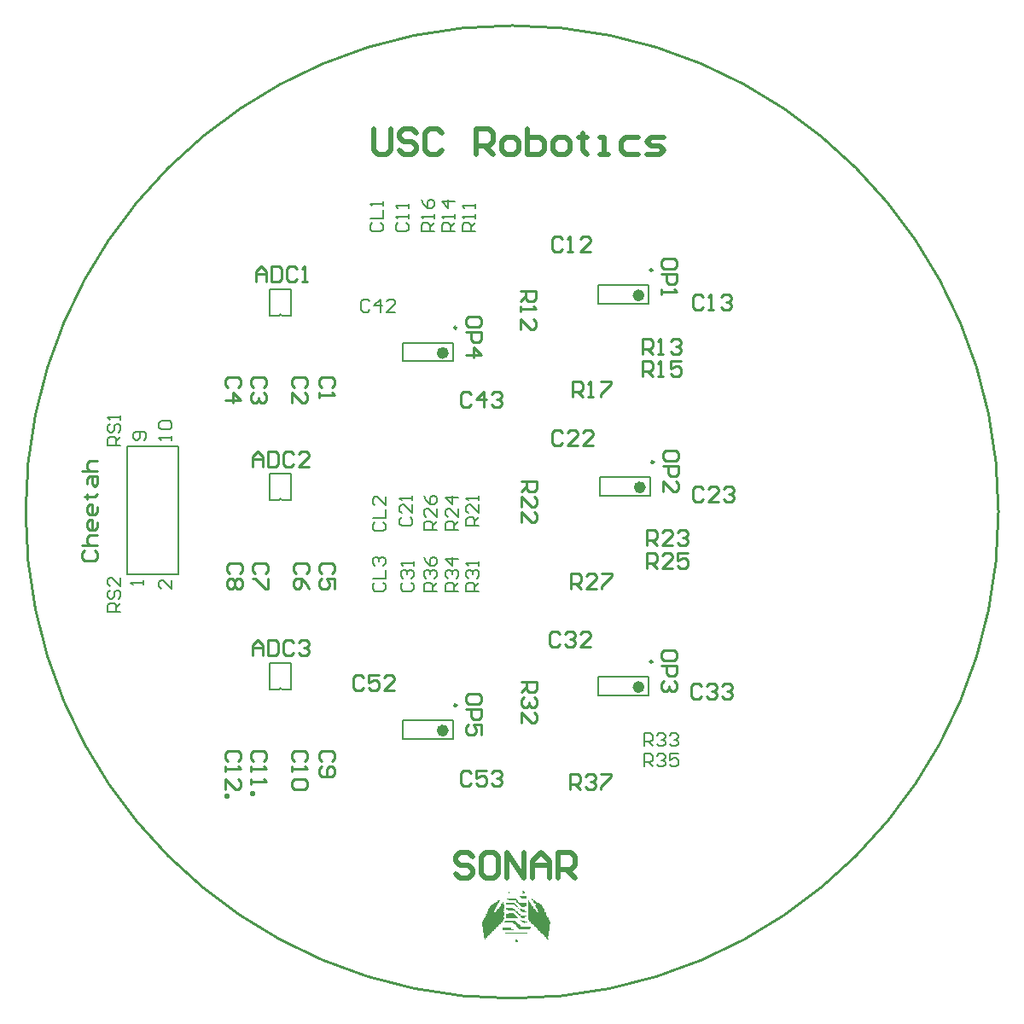
<source format=gto>
%FSLAX25Y25*%
%MOIN*%
G70*
G01*
G75*
G04 Layer_Color=65535*
%ADD10R,0.03543X0.04331*%
%ADD11R,0.04331X0.03543*%
%ADD12R,0.03543X0.03937*%
%ADD13R,0.04016X0.01614*%
%ADD14R,0.05512X0.04921*%
%ADD15R,0.05512X0.04724*%
%ADD16R,0.04724X0.05512*%
%ADD17O,0.02362X0.08661*%
%ADD18C,0.01000*%
%ADD19C,0.05906*%
%ADD20R,0.05906X0.05906*%
%ADD21C,0.10000*%
%ADD22R,0.05906X0.05906*%
%ADD23C,0.06000*%
%ADD24C,0.05000*%
%ADD25C,0.10787*%
%ADD26R,0.04724X0.04724*%
%ADD27C,0.00787*%
%ADD28C,0.00984*%
%ADD29C,0.02362*%
%ADD30C,0.00800*%
%ADD31C,0.02000*%
G36*
X191234Y30017D02*
X191474D01*
Y29777D01*
X191713D01*
Y29538D01*
X191953D01*
Y29298D01*
X192433D01*
Y29058D01*
Y28818D01*
X192912D01*
Y28578D01*
X193152D01*
Y28339D01*
X193392D01*
Y28099D01*
X193632D01*
Y27859D01*
X197469D01*
Y27619D01*
X197229D01*
Y27379D01*
X196989D01*
Y27139D01*
Y26900D01*
X192673D01*
Y27139D01*
Y27379D01*
X192433D01*
Y27619D01*
X191953D01*
Y27859D01*
X191713D01*
Y28099D01*
X191474D01*
Y28339D01*
Y28578D01*
X191234D01*
Y28818D01*
X190754D01*
Y29058D01*
X190514D01*
Y29298D01*
X190275D01*
Y29538D01*
Y29777D01*
X186917D01*
Y30017D01*
X187397D01*
Y30257D01*
X191234D01*
Y30017D01*
D02*
G37*
G36*
X193632Y30257D02*
X194831D01*
Y30017D01*
X196030D01*
Y29777D01*
Y29538D01*
X195790D01*
Y29777D01*
X194831D01*
Y29538D01*
Y29298D01*
X194591D01*
Y29538D01*
X194351D01*
Y29777D01*
X194112D01*
Y30017D01*
X193632D01*
Y30257D01*
X193152D01*
Y30497D01*
X193632D01*
Y30257D01*
D02*
G37*
G36*
X190514Y33135D02*
X190754D01*
Y32895D01*
X190994D01*
Y32655D01*
X191234D01*
Y32415D01*
X191474D01*
Y32175D01*
X191713D01*
Y31936D01*
X191953D01*
Y31696D01*
X192193D01*
Y31456D01*
X187637D01*
Y31696D01*
Y31936D01*
Y32175D01*
Y32415D01*
Y32655D01*
Y32895D01*
X188356D01*
Y33135D01*
X188596D01*
Y33375D01*
X190514D01*
Y33135D01*
D02*
G37*
G36*
X189795Y27379D02*
Y27139D01*
X190035D01*
Y26900D01*
X190514D01*
Y26660D01*
X186437D01*
Y26900D01*
Y27139D01*
Y27379D01*
X186198D01*
Y27619D01*
X189795D01*
Y27379D01*
D02*
G37*
G36*
X192193Y22823D02*
X191953D01*
Y22583D01*
X192193D01*
Y22343D01*
Y22103D01*
X191713D01*
Y21863D01*
Y21624D01*
Y21384D01*
X191474D01*
Y21624D01*
Y21863D01*
Y22103D01*
X191234D01*
Y22343D01*
Y22583D01*
Y22823D01*
Y23063D01*
X192193D01*
Y22823D01*
D02*
G37*
G36*
X185238Y38171D02*
Y37931D01*
X184999D01*
Y37691D01*
Y37451D01*
X184519D01*
Y37212D01*
Y36972D01*
X184279D01*
Y36732D01*
Y36492D01*
Y36252D01*
X184039D01*
Y36013D01*
Y35773D01*
X183560D01*
Y35533D01*
X183800D01*
Y35293D01*
Y35053D01*
X183320D01*
Y34813D01*
Y34574D01*
Y34334D01*
X183080D01*
Y34094D01*
Y33854D01*
Y33614D01*
X183800D01*
Y33854D01*
X184039D01*
Y34094D01*
Y34334D01*
Y34574D01*
X184279D01*
Y34813D01*
X184519D01*
Y35053D01*
X184999D01*
Y35293D01*
Y35533D01*
Y35773D01*
X185238D01*
Y36013D01*
X185478D01*
Y36252D01*
Y36492D01*
X185718D01*
Y36732D01*
Y36972D01*
X186198D01*
Y37212D01*
Y37451D01*
X186437D01*
Y37691D01*
X186677D01*
Y37451D01*
Y37212D01*
Y36972D01*
Y36732D01*
Y36492D01*
X186917D01*
Y36252D01*
Y36013D01*
Y35773D01*
Y35533D01*
Y35293D01*
Y35053D01*
X186677D01*
Y34813D01*
Y34574D01*
X186917D01*
Y34334D01*
X186677D01*
Y34094D01*
Y33854D01*
Y33614D01*
X186917D01*
Y33375D01*
Y33135D01*
Y32895D01*
Y32655D01*
Y32415D01*
X186677D01*
Y32175D01*
Y31936D01*
Y31696D01*
X186917D01*
Y31456D01*
Y31216D01*
Y30976D01*
X186677D01*
Y30737D01*
Y30497D01*
Y30257D01*
X186437D01*
Y30017D01*
X186198D01*
Y29777D01*
X185958D01*
Y29538D01*
X185718D01*
Y29298D01*
X185478D01*
Y29058D01*
X185238D01*
Y28818D01*
X184999D01*
Y28578D01*
X184759D01*
Y28339D01*
X184519D01*
Y28099D01*
X184279D01*
Y27859D01*
X184039D01*
Y27619D01*
X183800D01*
Y27379D01*
X183560D01*
Y27139D01*
X183320D01*
Y26900D01*
X183080D01*
Y26660D01*
X182840D01*
Y26420D01*
X182600D01*
Y26180D01*
X182361D01*
Y25940D01*
X182121D01*
Y25701D01*
X181881D01*
Y25461D01*
X181641D01*
Y25221D01*
X181401D01*
Y24981D01*
X181162D01*
Y24741D01*
X180922D01*
Y24501D01*
X180682D01*
Y24262D01*
X180442D01*
Y24022D01*
X180202D01*
Y23782D01*
X179963D01*
Y23542D01*
X179723D01*
Y23302D01*
X179483D01*
Y23063D01*
X179243D01*
Y23302D01*
Y23542D01*
Y23782D01*
X179003D01*
Y24022D01*
Y24262D01*
Y24501D01*
Y24741D01*
Y24981D01*
Y25221D01*
Y25461D01*
Y25701D01*
X178524D01*
Y25940D01*
Y26180D01*
X178763D01*
Y26420D01*
Y26660D01*
Y26900D01*
Y27139D01*
Y27379D01*
Y27619D01*
Y27859D01*
Y28099D01*
X178284D01*
Y28339D01*
Y28578D01*
Y28818D01*
Y29058D01*
Y29298D01*
Y29538D01*
Y29777D01*
Y30017D01*
X178763D01*
Y30257D01*
X178524D01*
Y30497D01*
X179003D01*
Y30737D01*
Y30976D01*
Y31216D01*
X179243D01*
Y31456D01*
Y31696D01*
X179483D01*
Y31936D01*
Y32175D01*
Y32415D01*
X179963D01*
Y32655D01*
X179723D01*
Y32895D01*
X180202D01*
Y33135D01*
Y33375D01*
Y33614D01*
X180442D01*
Y33854D01*
Y34094D01*
X180682D01*
Y34334D01*
Y34574D01*
Y34813D01*
X181162D01*
Y35053D01*
X180922D01*
Y35293D01*
X181401D01*
Y35533D01*
Y35773D01*
Y36013D01*
X181641D01*
Y36252D01*
X181881D01*
Y36492D01*
X182361D01*
Y36732D01*
X182600D01*
Y36972D01*
X182840D01*
Y37212D01*
X183320D01*
Y37451D01*
X183560D01*
Y37691D01*
X184279D01*
Y37931D01*
Y38171D01*
X184519D01*
Y38411D01*
X185238D01*
Y38171D01*
D02*
G37*
G36*
X196030Y25461D02*
Y25221D01*
X187637D01*
Y25461D01*
X187157D01*
Y25701D01*
X196030D01*
Y25461D01*
D02*
G37*
G36*
X190275Y35053D02*
X190754D01*
Y34813D01*
X190994D01*
Y34574D01*
X191234D01*
Y34334D01*
Y34094D01*
X191953D01*
Y33854D01*
X192193D01*
Y33614D01*
X192433D01*
Y33375D01*
X192673D01*
Y33135D01*
Y32895D01*
X193152D01*
Y32655D01*
X193392D01*
Y32415D01*
X195790D01*
Y32175D01*
Y31936D01*
X195071D01*
Y31696D01*
X194831D01*
Y31456D01*
X193632D01*
Y31696D01*
X193392D01*
Y31936D01*
X193152D01*
Y32175D01*
X192912D01*
Y32415D01*
X192673D01*
Y32655D01*
X192433D01*
Y32895D01*
X192193D01*
Y33135D01*
X191953D01*
Y33375D01*
X191474D01*
Y33614D01*
X191234D01*
Y33854D01*
Y34094D01*
X190994D01*
Y34334D01*
X188356D01*
Y34574D01*
X187637D01*
Y34813D01*
Y35053D01*
Y35293D01*
X190275D01*
Y35053D01*
D02*
G37*
G36*
X194591Y41768D02*
X194831D01*
Y41528D01*
Y41289D01*
Y41049D01*
X195071D01*
Y40809D01*
X188116D01*
Y41049D01*
X188596D01*
Y41289D01*
Y41528D01*
Y41768D01*
X188836D01*
Y41528D01*
Y41289D01*
Y41049D01*
X194112D01*
Y41289D01*
X194351D01*
Y41528D01*
Y41768D01*
X194112D01*
Y42008D01*
X194591D01*
Y41768D01*
D02*
G37*
G36*
X189076Y42008D02*
Y41768D01*
X188836D01*
Y42008D01*
Y42248D01*
X189076D01*
Y42008D01*
D02*
G37*
G36*
X194112Y42488D02*
Y42248D01*
X193872D01*
Y42488D01*
Y42727D01*
X194112D01*
Y42488D01*
D02*
G37*
G36*
X195790Y39610D02*
X195551D01*
Y39370D01*
X195790D01*
Y39130D01*
X193632D01*
Y39370D01*
X193152D01*
Y39610D01*
X192912D01*
Y39850D01*
X195790D01*
Y39610D01*
D02*
G37*
G36*
X190754Y37212D02*
X190994D01*
Y36972D01*
X191234D01*
Y36732D01*
Y36492D01*
X191474D01*
Y36252D01*
X191953D01*
Y36013D01*
X192193D01*
Y35773D01*
X192433D01*
Y35533D01*
Y35293D01*
X192673D01*
Y35053D01*
X193392D01*
Y34813D01*
X193872D01*
Y34574D01*
X195071D01*
Y34334D01*
Y34094D01*
X195551D01*
Y33854D01*
X195790D01*
Y33614D01*
X193872D01*
Y33854D01*
X193632D01*
Y34094D01*
X193392D01*
Y34334D01*
X193152D01*
Y34574D01*
X192912D01*
Y34813D01*
X192673D01*
Y35053D01*
X192433D01*
Y35293D01*
X192193D01*
Y35533D01*
X191953D01*
Y35773D01*
X191474D01*
Y36013D01*
X191234D01*
Y36252D01*
X190994D01*
Y36492D01*
X190754D01*
Y36732D01*
X187637D01*
Y36972D01*
Y37212D01*
X188116D01*
Y37451D01*
X190754D01*
Y37212D01*
D02*
G37*
G36*
X197949Y38651D02*
X198188D01*
Y38411D01*
X198668D01*
Y38171D01*
X198908D01*
Y37931D01*
X199148D01*
Y37691D01*
X199627D01*
Y37451D01*
X199867D01*
Y37212D01*
X200587D01*
Y36972D01*
X200826D01*
Y36732D01*
Y36492D01*
X201546D01*
Y36252D01*
X201786D01*
Y36013D01*
X202026D01*
Y35773D01*
Y35533D01*
Y35293D01*
X202265D01*
Y35053D01*
Y34813D01*
X202505D01*
Y34574D01*
Y34334D01*
Y34094D01*
X202985D01*
Y33854D01*
X202745D01*
Y33614D01*
X203225D01*
Y33375D01*
Y33135D01*
Y32895D01*
X203464D01*
Y32655D01*
Y32415D01*
X203704D01*
Y32175D01*
Y31936D01*
Y31696D01*
X204184D01*
Y31456D01*
X203944D01*
Y31216D01*
X204424D01*
Y30976D01*
Y30737D01*
Y30497D01*
X204663D01*
Y30257D01*
Y30017D01*
X204903D01*
Y29777D01*
Y29538D01*
Y29298D01*
Y29058D01*
Y28818D01*
X204663D01*
Y28578D01*
Y28339D01*
Y28099D01*
Y27859D01*
Y27619D01*
Y27379D01*
Y27139D01*
Y26900D01*
Y26660D01*
Y26420D01*
Y26180D01*
X204424D01*
Y25940D01*
Y25701D01*
Y25461D01*
Y25221D01*
Y24981D01*
Y24741D01*
Y24501D01*
Y24262D01*
X203944D01*
Y24022D01*
Y23782D01*
Y23542D01*
Y23302D01*
X204184D01*
Y23063D01*
Y22823D01*
X203944D01*
Y23063D01*
X203704D01*
Y23302D01*
X203464D01*
Y23542D01*
Y23782D01*
X203225D01*
Y24022D01*
X202745D01*
Y24262D01*
X202505D01*
Y24501D01*
X202265D01*
Y24741D01*
Y24981D01*
X202026D01*
Y25221D01*
X201546D01*
Y25461D01*
X201306D01*
Y25701D01*
X201066D01*
Y25940D01*
Y26180D01*
X200826D01*
Y26420D01*
X200347D01*
Y26660D01*
X200107D01*
Y26900D01*
X199867D01*
Y27139D01*
Y27379D01*
X199627D01*
Y27619D01*
X199148D01*
Y27859D01*
X198908D01*
Y28099D01*
X198668D01*
Y28339D01*
Y28578D01*
X198428D01*
Y28818D01*
X197949D01*
Y29058D01*
X197709D01*
Y29298D01*
X197469D01*
Y29538D01*
Y29777D01*
X197229D01*
Y30017D01*
X196749D01*
Y30257D01*
X196510D01*
Y30497D01*
X196270D01*
Y30737D01*
Y30976D01*
Y31216D01*
Y31456D01*
Y31696D01*
Y31936D01*
Y32175D01*
Y32415D01*
Y32655D01*
Y32895D01*
Y33135D01*
Y33375D01*
Y33614D01*
Y33854D01*
Y34094D01*
Y34334D01*
Y34574D01*
Y34813D01*
Y35053D01*
Y35293D01*
Y35533D01*
Y35773D01*
Y36013D01*
Y36252D01*
Y36492D01*
Y36732D01*
Y36972D01*
Y37212D01*
Y37451D01*
Y37691D01*
Y37931D01*
Y38171D01*
X196510D01*
Y37931D01*
X196749D01*
Y37691D01*
X196989D01*
Y37451D01*
X197229D01*
Y37212D01*
Y36972D01*
X197469D01*
Y36732D01*
Y36492D01*
X197709D01*
Y36252D01*
Y36013D01*
X198188D01*
Y35773D01*
X198428D01*
Y35533D01*
Y35293D01*
Y35053D01*
X198668D01*
Y34813D01*
X198908D01*
Y34574D01*
X199148D01*
Y34334D01*
X199388D01*
Y34094D01*
X199148D01*
Y33854D01*
X199627D01*
Y33614D01*
X200347D01*
Y33854D01*
Y34094D01*
X200107D01*
Y34334D01*
X199867D01*
Y34574D01*
Y34813D01*
Y35053D01*
X199627D01*
Y35293D01*
X199388D01*
Y35533D01*
Y35773D01*
Y36013D01*
X198908D01*
Y36252D01*
X199148D01*
Y36492D01*
Y36732D01*
Y36972D01*
X198668D01*
Y37212D01*
Y37451D01*
X198428D01*
Y37691D01*
Y37931D01*
Y38171D01*
X197949D01*
Y38411D01*
X197709D01*
Y38651D01*
Y38890D01*
X197949D01*
Y38651D01*
D02*
G37*
G36*
X191474D02*
X191953D01*
Y38411D01*
X192193D01*
Y38171D01*
X192433D01*
Y37931D01*
Y37691D01*
X192673D01*
Y37451D01*
X193152D01*
Y37212D01*
X195790D01*
Y36972D01*
X195551D01*
Y36732D01*
Y36492D01*
Y36252D01*
X195790D01*
Y36013D01*
X194831D01*
Y35773D01*
X193632D01*
Y36013D01*
X193392D01*
Y36252D01*
X192912D01*
Y36492D01*
Y36732D01*
X192673D01*
Y36972D01*
X192433D01*
Y37212D01*
X192193D01*
Y37451D01*
X191713D01*
Y37691D01*
Y37931D01*
X191474D01*
Y38171D01*
X191234D01*
Y38411D01*
X188596D01*
Y38651D01*
X188116D01*
Y38890D01*
X191474D01*
Y38651D01*
D02*
G37*
D18*
X380000Y190000D02*
G03*
X380000Y190000I-190000J0D01*
G01*
X90000Y280000D02*
Y283999D01*
X91999Y285998D01*
X93999Y283999D01*
Y280000D01*
Y282999D01*
X90000D01*
X95998Y285998D02*
Y280000D01*
X98997D01*
X99997Y281000D01*
Y284998D01*
X98997Y285998D01*
X95998D01*
X105995Y284998D02*
X104995Y285998D01*
X102996D01*
X101996Y284998D01*
Y281000D01*
X102996Y280000D01*
X104995D01*
X105995Y281000D01*
X107994Y280000D02*
X109994D01*
X108994D01*
Y285998D01*
X107994Y284998D01*
X88500Y207500D02*
Y211499D01*
X90499Y213498D01*
X92499Y211499D01*
Y207500D01*
Y210499D01*
X88500D01*
X94498Y213498D02*
Y207500D01*
X97497D01*
X98497Y208500D01*
Y212498D01*
X97497Y213498D01*
X94498D01*
X104495Y212498D02*
X103495Y213498D01*
X101496D01*
X100496Y212498D01*
Y208500D01*
X101496Y207500D01*
X103495D01*
X104495Y208500D01*
X110493Y207500D02*
X106494D01*
X110493Y211499D01*
Y212498D01*
X109493Y213498D01*
X107494D01*
X106494Y212498D01*
X88500Y134000D02*
Y137999D01*
X90499Y139998D01*
X92499Y137999D01*
Y134000D01*
Y136999D01*
X88500D01*
X94498Y139998D02*
Y134000D01*
X97497D01*
X98497Y135000D01*
Y138998D01*
X97497Y139998D01*
X94498D01*
X104495Y138998D02*
X103495Y139998D01*
X101496D01*
X100496Y138998D01*
Y135000D01*
X101496Y134000D01*
X103495D01*
X104495Y135000D01*
X106494Y138998D02*
X107494Y139998D01*
X109493D01*
X110493Y138998D01*
Y137999D01*
X109493Y136999D01*
X108493D01*
X109493D01*
X110493Y135999D01*
Y135000D01*
X109493Y134000D01*
X107494D01*
X106494Y135000D01*
X119498Y238501D02*
X120498Y239501D01*
Y241500D01*
X119498Y242500D01*
X115500D01*
X114500Y241500D01*
Y239501D01*
X115500Y238501D01*
X114500Y236502D02*
Y234503D01*
Y235502D01*
X120498D01*
X119498Y236502D01*
X108998Y238501D02*
X109998Y239501D01*
Y241500D01*
X108998Y242500D01*
X105000D01*
X104000Y241500D01*
Y239501D01*
X105000Y238501D01*
X104000Y232503D02*
Y236502D01*
X107999Y232503D01*
X108998D01*
X109998Y233503D01*
Y235502D01*
X108998Y236502D01*
X209499Y296498D02*
X208499Y297498D01*
X206500D01*
X205500Y296498D01*
Y292500D01*
X206500Y291500D01*
X208499D01*
X209499Y292500D01*
X211498Y291500D02*
X213497D01*
X212498D01*
Y297498D01*
X211498Y296498D01*
X220495Y291500D02*
X216496D01*
X220495Y295499D01*
Y296498D01*
X219496Y297498D01*
X217496D01*
X216496Y296498D01*
X92998Y238501D02*
X93998Y239501D01*
Y241500D01*
X92998Y242500D01*
X89000D01*
X88000Y241500D01*
Y239501D01*
X89000Y238501D01*
X92998Y236502D02*
X93998Y235502D01*
Y233503D01*
X92998Y232503D01*
X91999D01*
X90999Y233503D01*
Y234503D01*
Y233503D01*
X89999Y232503D01*
X89000D01*
X88000Y233503D01*
Y235502D01*
X89000Y236502D01*
X82998Y238501D02*
X83998Y239501D01*
Y241500D01*
X82998Y242500D01*
X79000D01*
X78000Y241500D01*
Y239501D01*
X79000Y238501D01*
X78000Y233503D02*
X83998D01*
X80999Y236502D01*
Y232503D01*
X264499Y273998D02*
X263499Y274998D01*
X261500D01*
X260500Y273998D01*
Y270000D01*
X261500Y269000D01*
X263499D01*
X264499Y270000D01*
X266498Y269000D02*
X268497D01*
X267498D01*
Y274998D01*
X266498Y273998D01*
X271496D02*
X272496Y274998D01*
X274496D01*
X275495Y273998D01*
Y272999D01*
X274496Y271999D01*
X273496D01*
X274496D01*
X275495Y270999D01*
Y270000D01*
X274496Y269000D01*
X272496D01*
X271496Y270000D01*
X119498Y166001D02*
X120498Y167001D01*
Y169000D01*
X119498Y170000D01*
X115500D01*
X114500Y169000D01*
Y167001D01*
X115500Y166001D01*
X120498Y160003D02*
Y164002D01*
X117499D01*
X118499Y162003D01*
Y161003D01*
X117499Y160003D01*
X115500D01*
X114500Y161003D01*
Y163002D01*
X115500Y164002D01*
X109498Y166001D02*
X110498Y167001D01*
Y169000D01*
X109498Y170000D01*
X105500D01*
X104500Y169000D01*
Y167001D01*
X105500Y166001D01*
X110498Y160003D02*
X109498Y162003D01*
X107499Y164002D01*
X105500D01*
X104500Y163002D01*
Y161003D01*
X105500Y160003D01*
X106499D01*
X107499Y161003D01*
Y164002D01*
X93498Y166001D02*
X94498Y167001D01*
Y169000D01*
X93498Y170000D01*
X89500D01*
X88500Y169000D01*
Y167001D01*
X89500Y166001D01*
X94498Y164002D02*
Y160003D01*
X93498D01*
X89500Y164002D01*
X88500D01*
X83498Y166001D02*
X84498Y167001D01*
Y169000D01*
X83498Y170000D01*
X79500D01*
X78500Y169000D01*
Y167001D01*
X79500Y166001D01*
X83498Y164002D02*
X84498Y163002D01*
Y161003D01*
X83498Y160003D01*
X82499D01*
X81499Y161003D01*
X80499Y160003D01*
X79500D01*
X78500Y161003D01*
Y163002D01*
X79500Y164002D01*
X80499D01*
X81499Y163002D01*
X82499Y164002D01*
X83498D01*
X81499Y163002D02*
Y161003D01*
X119498Y92501D02*
X120498Y93501D01*
Y95500D01*
X119498Y96500D01*
X115500D01*
X114500Y95500D01*
Y93501D01*
X115500Y92501D01*
Y90502D02*
X114500Y89502D01*
Y87503D01*
X115500Y86503D01*
X119498D01*
X120498Y87503D01*
Y89502D01*
X119498Y90502D01*
X118499D01*
X117499Y89502D01*
Y86503D01*
X108998Y92501D02*
X109998Y93501D01*
Y95500D01*
X108998Y96500D01*
X105000D01*
X104000Y95500D01*
Y93501D01*
X105000Y92501D01*
X104000Y90502D02*
Y88503D01*
Y89502D01*
X109998D01*
X108998Y90502D01*
Y85504D02*
X109998Y84504D01*
Y82504D01*
X108998Y81505D01*
X105000D01*
X104000Y82504D01*
Y84504D01*
X105000Y85504D01*
X108998D01*
X92998Y92501D02*
X93998Y93501D01*
Y95500D01*
X92998Y96500D01*
X89000D01*
X88000Y95500D01*
Y93501D01*
X89000Y92501D01*
X88000Y90502D02*
Y88503D01*
Y89502D01*
X93998D01*
X92998Y90502D01*
X88000Y85504D02*
Y83504D01*
Y84504D01*
X93998D01*
X92998Y85504D01*
X88000Y80505D02*
X89000D01*
Y79505D01*
X88000D01*
Y80505D01*
X82998Y92501D02*
X83998Y93501D01*
Y95500D01*
X82998Y96500D01*
X79000D01*
X78000Y95500D01*
Y93501D01*
X79000Y92501D01*
X78000Y90502D02*
Y88503D01*
Y89502D01*
X83998D01*
X82998Y90502D01*
X78000Y81505D02*
Y85504D01*
X81999Y81505D01*
X82998D01*
X83998Y82504D01*
Y84504D01*
X82998Y85504D01*
X78000Y79505D02*
X79000D01*
Y78506D01*
X78000D01*
Y79505D01*
X209499Y220998D02*
X208499Y221998D01*
X206500D01*
X205500Y220998D01*
Y217000D01*
X206500Y216000D01*
X208499D01*
X209499Y217000D01*
X215497Y216000D02*
X211498D01*
X215497Y219999D01*
Y220998D01*
X214497Y221998D01*
X212498D01*
X211498Y220998D01*
X221495Y216000D02*
X217496D01*
X221495Y219999D01*
Y220998D01*
X220495Y221998D01*
X218496D01*
X217496Y220998D01*
X264499Y198998D02*
X263499Y199998D01*
X261500D01*
X260500Y198998D01*
Y195000D01*
X261500Y194000D01*
X263499D01*
X264499Y195000D01*
X270497Y194000D02*
X266498D01*
X270497Y197999D01*
Y198998D01*
X269497Y199998D01*
X267498D01*
X266498Y198998D01*
X272496D02*
X273496Y199998D01*
X275495D01*
X276495Y198998D01*
Y197999D01*
X275495Y196999D01*
X274496D01*
X275495D01*
X276495Y195999D01*
Y195000D01*
X275495Y194000D01*
X273496D01*
X272496Y195000D01*
X208499Y142398D02*
X207499Y143398D01*
X205500D01*
X204500Y142398D01*
Y138400D01*
X205500Y137400D01*
X207499D01*
X208499Y138400D01*
X210498Y142398D02*
X211498Y143398D01*
X213497D01*
X214497Y142398D01*
Y141399D01*
X213497Y140399D01*
X212497D01*
X213497D01*
X214497Y139399D01*
Y138400D01*
X213497Y137400D01*
X211498D01*
X210498Y138400D01*
X220495Y137400D02*
X216496D01*
X220495Y141399D01*
Y142398D01*
X219495Y143398D01*
X217496D01*
X216496Y142398D01*
X263999Y121998D02*
X262999Y122998D01*
X261000D01*
X260000Y121998D01*
Y118000D01*
X261000Y117000D01*
X262999D01*
X263999Y118000D01*
X265998Y121998D02*
X266998Y122998D01*
X268997D01*
X269997Y121998D01*
Y120999D01*
X268997Y119999D01*
X267997D01*
X268997D01*
X269997Y118999D01*
Y118000D01*
X268997Y117000D01*
X266998D01*
X265998Y118000D01*
X271996Y121998D02*
X272996Y122998D01*
X274995D01*
X275995Y121998D01*
Y120999D01*
X274995Y119999D01*
X273995D01*
X274995D01*
X275995Y118999D01*
Y118000D01*
X274995Y117000D01*
X272996D01*
X271996Y118000D01*
X173999Y236098D02*
X172999Y237098D01*
X171000D01*
X170000Y236098D01*
Y232100D01*
X171000Y231100D01*
X172999D01*
X173999Y232100D01*
X178997Y231100D02*
Y237098D01*
X175998Y234099D01*
X179997D01*
X181996Y236098D02*
X182996Y237098D01*
X184995D01*
X185995Y236098D01*
Y235099D01*
X184995Y234099D01*
X183995D01*
X184995D01*
X185995Y233099D01*
Y232100D01*
X184995Y231100D01*
X182996D01*
X181996Y232100D01*
X131999Y125398D02*
X130999Y126398D01*
X129000D01*
X128000Y125398D01*
Y121400D01*
X129000Y120400D01*
X130999D01*
X131999Y121400D01*
X137997Y126398D02*
X133998D01*
Y123399D01*
X135997Y124399D01*
X136997D01*
X137997Y123399D01*
Y121400D01*
X136997Y120400D01*
X134998D01*
X133998Y121400D01*
X143995Y120400D02*
X139996D01*
X143995Y124399D01*
Y125398D01*
X142995Y126398D01*
X140996D01*
X139996Y125398D01*
X173999Y87898D02*
X172999Y88898D01*
X171000D01*
X170000Y87898D01*
Y83900D01*
X171000Y82900D01*
X172999D01*
X173999Y83900D01*
X179997Y88898D02*
X175998D01*
Y85899D01*
X177997Y86899D01*
X178997D01*
X179997Y85899D01*
Y83900D01*
X178997Y82900D01*
X176998D01*
X175998Y83900D01*
X181996Y87898D02*
X182996Y88898D01*
X184995D01*
X185995Y87898D01*
Y86899D01*
X184995Y85899D01*
X183995D01*
X184995D01*
X185995Y84899D01*
Y83900D01*
X184995Y82900D01*
X182996D01*
X181996Y83900D01*
X254348Y285951D02*
Y287950D01*
X253348Y288950D01*
X249350D01*
X248350Y287950D01*
Y285951D01*
X249350Y284951D01*
X253348D01*
X254348Y285951D01*
X248350Y282952D02*
X254348D01*
Y279953D01*
X253348Y278953D01*
X251349D01*
X250349Y279953D01*
Y282952D01*
X248350Y276954D02*
Y274955D01*
Y275954D01*
X254348D01*
X253348Y276954D01*
X254848Y210951D02*
Y212950D01*
X253848Y213950D01*
X249850D01*
X248850Y212950D01*
Y210951D01*
X249850Y209951D01*
X253848D01*
X254848Y210951D01*
X248850Y207952D02*
X254848D01*
Y204953D01*
X253848Y203953D01*
X251849D01*
X250849Y204953D01*
Y207952D01*
X248850Y197955D02*
Y201954D01*
X252849Y197955D01*
X253848D01*
X254848Y198955D01*
Y200954D01*
X253848Y201954D01*
X254348Y132951D02*
Y134950D01*
X253348Y135950D01*
X249350D01*
X248350Y134950D01*
Y132951D01*
X249350Y131951D01*
X253348D01*
X254348Y132951D01*
X248350Y129952D02*
X254348D01*
Y126953D01*
X253348Y125953D01*
X251349D01*
X250349Y126953D01*
Y129952D01*
X253348Y123954D02*
X254348Y122954D01*
Y120955D01*
X253348Y119955D01*
X252349D01*
X251349Y120955D01*
Y121955D01*
Y120955D01*
X250349Y119955D01*
X249350D01*
X248350Y120955D01*
Y122954D01*
X249350Y123954D01*
X177848Y263451D02*
Y265450D01*
X176848Y266450D01*
X172850D01*
X171850Y265450D01*
Y263451D01*
X172850Y262451D01*
X176848D01*
X177848Y263451D01*
X171850Y260452D02*
X177848D01*
Y257453D01*
X176848Y256453D01*
X174849D01*
X173849Y257453D01*
Y260452D01*
X171850Y251455D02*
X177848D01*
X174849Y254454D01*
Y250455D01*
X177848Y115951D02*
Y117950D01*
X176848Y118950D01*
X172850D01*
X171850Y117950D01*
Y115951D01*
X172850Y114951D01*
X176848D01*
X177848Y115951D01*
X171850Y112952D02*
X177848D01*
Y109953D01*
X176848Y108953D01*
X174849D01*
X173849Y109953D01*
Y112952D01*
X177848Y102955D02*
Y106954D01*
X174849D01*
X175849Y104955D01*
Y103955D01*
X174849Y102955D01*
X172850D01*
X171850Y103955D01*
Y105954D01*
X172850Y106954D01*
X193400Y276300D02*
X199398D01*
Y273301D01*
X198398Y272301D01*
X196399D01*
X195399Y273301D01*
Y276300D01*
Y274301D02*
X193400Y272301D01*
Y270302D02*
Y268303D01*
Y269302D01*
X199398D01*
X198398Y270302D01*
X193400Y261305D02*
Y265304D01*
X197399Y261305D01*
X198398D01*
X199398Y262304D01*
Y264304D01*
X198398Y265304D01*
X241000Y251500D02*
Y257498D01*
X243999D01*
X244999Y256498D01*
Y254499D01*
X243999Y253499D01*
X241000D01*
X242999D02*
X244999Y251500D01*
X246998D02*
X248997D01*
X247998D01*
Y257498D01*
X246998Y256498D01*
X251996D02*
X252996Y257498D01*
X254995D01*
X255995Y256498D01*
Y255499D01*
X254995Y254499D01*
X253996D01*
X254995D01*
X255995Y253499D01*
Y252500D01*
X254995Y251500D01*
X252996D01*
X251996Y252500D01*
X241000Y243000D02*
Y248998D01*
X243999D01*
X244999Y247998D01*
Y245999D01*
X243999Y244999D01*
X241000D01*
X242999D02*
X244999Y243000D01*
X246998D02*
X248997D01*
X247998D01*
Y248998D01*
X246998Y247998D01*
X255995Y248998D02*
X251996D01*
Y245999D01*
X253996Y246999D01*
X254995D01*
X255995Y245999D01*
Y244000D01*
X254995Y243000D01*
X252996D01*
X251996Y244000D01*
X213500Y235000D02*
Y240998D01*
X216499D01*
X217499Y239998D01*
Y237999D01*
X216499Y236999D01*
X213500D01*
X215499D02*
X217499Y235000D01*
X219498D02*
X221497D01*
X220498D01*
Y240998D01*
X219498Y239998D01*
X224496Y240998D02*
X228495D01*
Y239998D01*
X224496Y236000D01*
Y235000D01*
X193500Y202000D02*
X199498D01*
Y199001D01*
X198498Y198001D01*
X196499D01*
X195499Y199001D01*
Y202000D01*
Y200001D02*
X193500Y198001D01*
Y192003D02*
Y196002D01*
X197499Y192003D01*
X198498D01*
X199498Y193003D01*
Y195002D01*
X198498Y196002D01*
X193500Y186005D02*
Y190004D01*
X197499Y186005D01*
X198498D01*
X199498Y187005D01*
Y189004D01*
X198498Y190004D01*
X242500Y177000D02*
Y182998D01*
X245499D01*
X246499Y181998D01*
Y179999D01*
X245499Y178999D01*
X242500D01*
X244499D02*
X246499Y177000D01*
X252497D02*
X248498D01*
X252497Y180999D01*
Y181998D01*
X251497Y182998D01*
X249498D01*
X248498Y181998D01*
X254496D02*
X255496Y182998D01*
X257495D01*
X258495Y181998D01*
Y180999D01*
X257495Y179999D01*
X256495D01*
X257495D01*
X258495Y178999D01*
Y178000D01*
X257495Y177000D01*
X255496D01*
X254496Y178000D01*
X242500Y168000D02*
Y173998D01*
X245499D01*
X246499Y172998D01*
Y170999D01*
X245499Y169999D01*
X242500D01*
X244499D02*
X246499Y168000D01*
X252497D02*
X248498D01*
X252497Y171999D01*
Y172998D01*
X251497Y173998D01*
X249498D01*
X248498Y172998D01*
X258495Y173998D02*
X254496D01*
Y170999D01*
X256495Y171999D01*
X257495D01*
X258495Y170999D01*
Y169000D01*
X257495Y168000D01*
X255496D01*
X254496Y169000D01*
X213000Y160000D02*
Y165998D01*
X215999D01*
X216999Y164998D01*
Y162999D01*
X215999Y161999D01*
X213000D01*
X214999D02*
X216999Y160000D01*
X222997D02*
X218998D01*
X222997Y163999D01*
Y164998D01*
X221997Y165998D01*
X219998D01*
X218998Y164998D01*
X224996Y165998D02*
X228995D01*
Y164998D01*
X224996Y161000D01*
Y160000D01*
X193600Y123500D02*
X199598D01*
Y120501D01*
X198598Y119501D01*
X196599D01*
X195599Y120501D01*
Y123500D01*
Y121501D02*
X193600Y119501D01*
X198598Y117502D02*
X199598Y116502D01*
Y114503D01*
X198598Y113503D01*
X197599D01*
X196599Y114503D01*
Y115503D01*
Y114503D01*
X195599Y113503D01*
X194600D01*
X193600Y114503D01*
Y116502D01*
X194600Y117502D01*
X193600Y107505D02*
Y111504D01*
X197599Y107505D01*
X198598D01*
X199598Y108505D01*
Y110504D01*
X198598Y111504D01*
X212700Y81700D02*
Y87698D01*
X215699D01*
X216699Y86698D01*
Y84699D01*
X215699Y83699D01*
X212700D01*
X214699D02*
X216699Y81700D01*
X218698Y86698D02*
X219698Y87698D01*
X221697D01*
X222697Y86698D01*
Y85699D01*
X221697Y84699D01*
X220697D01*
X221697D01*
X222697Y83699D01*
Y82700D01*
X221697Y81700D01*
X219698D01*
X218698Y82700D01*
X224696Y87698D02*
X228695D01*
Y86698D01*
X224696Y82700D01*
Y81700D01*
X23002Y174999D02*
X22002Y173999D01*
Y172000D01*
X23002Y171000D01*
X27000D01*
X28000Y172000D01*
Y173999D01*
X27000Y174999D01*
X22002Y176998D02*
X28000D01*
X25001D01*
X24001Y177998D01*
Y179997D01*
X25001Y180997D01*
X28000D01*
Y185995D02*
Y183996D01*
X27000Y182996D01*
X25001D01*
X24001Y183996D01*
Y185995D01*
X25001Y186995D01*
X26001D01*
Y182996D01*
X28000Y191993D02*
Y189994D01*
X27000Y188994D01*
X25001D01*
X24001Y189994D01*
Y191993D01*
X25001Y192993D01*
X26001D01*
Y188994D01*
X23002Y195992D02*
X24001D01*
Y194992D01*
Y196992D01*
Y195992D01*
X27000D01*
X28000Y196992D01*
X24001Y200990D02*
Y202990D01*
X25001Y203989D01*
X28000D01*
Y200990D01*
X27000Y199991D01*
X26001Y200990D01*
Y203989D01*
X22002Y205989D02*
X28000D01*
X25001D01*
X24001Y206988D01*
Y208988D01*
X25001Y209987D01*
X28000D01*
D27*
X100191Y266721D02*
G03*
X98911Y266721I-640J0D01*
G01*
X100191Y194720D02*
G03*
X98911Y194720I-640J0D01*
G01*
X100191Y120721D02*
G03*
X98911Y120721I-640J0D01*
G01*
X100191Y266721D02*
X103705D01*
X95398D02*
X98911D01*
X95398D02*
Y276957D01*
X103705D01*
Y266721D02*
Y276957D01*
X100191Y194720D02*
X103705D01*
X95398D02*
X98911D01*
X95398D02*
Y204957D01*
X103705D01*
Y194720D02*
Y204957D01*
X100191Y120721D02*
X103705D01*
X95398D02*
X98911D01*
X95398D02*
Y130957D01*
X103705D01*
Y120721D02*
Y130957D01*
X223657Y278543D02*
X243342D01*
X223657Y271457D02*
X243342D01*
Y278543D01*
X223657Y271457D02*
Y278543D01*
X224158Y203543D02*
X243843D01*
X224158Y196457D02*
X243843D01*
Y203543D01*
X224158Y196457D02*
Y203543D01*
X223657Y125543D02*
X243342D01*
X223657Y118457D02*
X243342D01*
Y125543D01*
X223657Y118457D02*
Y125543D01*
X147158Y256043D02*
X166842D01*
X147158Y248957D02*
X166842D01*
Y256043D01*
X147158Y248957D02*
Y256043D01*
Y108543D02*
X166842D01*
X147158Y101457D02*
X166842D01*
Y108543D01*
X147158Y101457D02*
Y108543D01*
D28*
X244839Y284449D02*
G03*
X244839Y284449I-492J0D01*
G01*
X245339Y209449D02*
G03*
X245339Y209449I-492J0D01*
G01*
X244839Y131449D02*
G03*
X244839Y131449I-492J0D01*
G01*
X168339Y261949D02*
G03*
X168339Y261949I-492J0D01*
G01*
Y114449D02*
G03*
X168339Y114449I-492J0D01*
G01*
D29*
X240587Y274606D02*
G03*
X240587Y274606I-1181J0D01*
G01*
X241087Y199606D02*
G03*
X241087Y199606I-1181J0D01*
G01*
X240587Y121606D02*
G03*
X240587Y121606I-1181J0D01*
G01*
X164087Y252106D02*
G03*
X164087Y252106I-1181J0D01*
G01*
Y104606D02*
G03*
X164087Y104606I-1181J0D01*
G01*
D30*
X39500Y215500D02*
X59500D01*
Y165500D02*
Y215500D01*
X39500Y165500D02*
X59500D01*
X39500D02*
Y215500D01*
X145335Y302832D02*
X144502Y301999D01*
Y300333D01*
X145335Y299500D01*
X148667D01*
X149500Y300333D01*
Y301999D01*
X148667Y302832D01*
X149500Y304498D02*
Y306165D01*
Y305331D01*
X144502D01*
X145335Y304498D01*
X149500Y308664D02*
Y310330D01*
Y309497D01*
X144502D01*
X145335Y308664D01*
X146835Y187832D02*
X146002Y186999D01*
Y185333D01*
X146835Y184500D01*
X150167D01*
X151000Y185333D01*
Y186999D01*
X150167Y187832D01*
X151000Y192831D02*
Y189498D01*
X147668Y192831D01*
X146835D01*
X146002Y191998D01*
Y190331D01*
X146835Y189498D01*
X151000Y194497D02*
Y196163D01*
Y195330D01*
X146002D01*
X146835Y194497D01*
X147335Y162332D02*
X146502Y161499D01*
Y159833D01*
X147335Y159000D01*
X150667D01*
X151500Y159833D01*
Y161499D01*
X150667Y162332D01*
X147335Y163998D02*
X146502Y164831D01*
Y166498D01*
X147335Y167331D01*
X148168D01*
X149001Y166498D01*
Y165665D01*
Y166498D01*
X149834Y167331D01*
X150667D01*
X151500Y166498D01*
Y164831D01*
X150667Y163998D01*
X151500Y168997D02*
Y170663D01*
Y169830D01*
X146502D01*
X147335Y168997D01*
X134332Y272165D02*
X133499Y272998D01*
X131833D01*
X131000Y272165D01*
Y268833D01*
X131833Y268000D01*
X133499D01*
X134332Y268833D01*
X138498Y268000D02*
Y272998D01*
X135998Y270499D01*
X139331D01*
X144329Y268000D02*
X140997D01*
X144329Y271332D01*
Y272165D01*
X143496Y272998D01*
X141830D01*
X140997Y272165D01*
X135335Y302832D02*
X134502Y301999D01*
Y300333D01*
X135335Y299500D01*
X138667D01*
X139500Y300333D01*
Y301999D01*
X138667Y302832D01*
X134502Y304498D02*
X139500D01*
Y307831D01*
Y309497D02*
Y311163D01*
Y310330D01*
X134502D01*
X135335Y309497D01*
X136335Y185832D02*
X135502Y184999D01*
Y183333D01*
X136335Y182500D01*
X139667D01*
X140500Y183333D01*
Y184999D01*
X139667Y185832D01*
X135502Y187498D02*
X140500D01*
Y190831D01*
Y195829D02*
Y192497D01*
X137168Y195829D01*
X136335D01*
X135502Y194996D01*
Y193330D01*
X136335Y192497D01*
Y162332D02*
X135502Y161499D01*
Y159833D01*
X136335Y159000D01*
X139667D01*
X140500Y159833D01*
Y161499D01*
X139667Y162332D01*
X135502Y163998D02*
X140500D01*
Y167331D01*
X136335Y168997D02*
X135502Y169830D01*
Y171496D01*
X136335Y172329D01*
X137168D01*
X138001Y171496D01*
Y170663D01*
Y171496D01*
X138834Y172329D01*
X139667D01*
X140500Y171496D01*
Y169830D01*
X139667Y168997D01*
X175500Y299500D02*
X170502D01*
Y301999D01*
X171335Y302832D01*
X173001D01*
X173834Y301999D01*
Y299500D01*
Y301166D02*
X175500Y302832D01*
Y304498D02*
Y306165D01*
Y305331D01*
X170502D01*
X171335Y304498D01*
X175500Y308664D02*
Y310330D01*
Y309497D01*
X170502D01*
X171335Y308664D01*
X167500Y299500D02*
X162502D01*
Y301999D01*
X163335Y302832D01*
X165001D01*
X165834Y301999D01*
Y299500D01*
Y301166D02*
X167500Y302832D01*
Y304498D02*
Y306165D01*
Y305331D01*
X162502D01*
X163335Y304498D01*
X167500Y311163D02*
X162502D01*
X165001Y308664D01*
Y311996D01*
X159500Y299500D02*
X154502D01*
Y301999D01*
X155335Y302832D01*
X157001D01*
X157834Y301999D01*
Y299500D01*
Y301166D02*
X159500Y302832D01*
Y304498D02*
Y306165D01*
Y305331D01*
X154502D01*
X155335Y304498D01*
X154502Y311996D02*
X155335Y310330D01*
X157001Y308664D01*
X158667D01*
X159500Y309497D01*
Y311163D01*
X158667Y311996D01*
X157834D01*
X157001Y311163D01*
Y308664D01*
X177000Y184500D02*
X172002D01*
Y186999D01*
X172835Y187832D01*
X174501D01*
X175334Y186999D01*
Y184500D01*
Y186166D02*
X177000Y187832D01*
Y192831D02*
Y189498D01*
X173668Y192831D01*
X172835D01*
X172002Y191998D01*
Y190331D01*
X172835Y189498D01*
X177000Y194497D02*
Y196163D01*
Y195330D01*
X172002D01*
X172835Y194497D01*
X169000Y183000D02*
X164002D01*
Y185499D01*
X164835Y186332D01*
X166501D01*
X167334Y185499D01*
Y183000D01*
Y184666D02*
X169000Y186332D01*
Y191331D02*
Y187998D01*
X165668Y191331D01*
X164835D01*
X164002Y190498D01*
Y188831D01*
X164835Y187998D01*
X169000Y195496D02*
X164002D01*
X166501Y192997D01*
Y196329D01*
X160500Y183000D02*
X155502D01*
Y185499D01*
X156335Y186332D01*
X158001D01*
X158834Y185499D01*
Y183000D01*
Y184666D02*
X160500Y186332D01*
Y191331D02*
Y187998D01*
X157168Y191331D01*
X156335D01*
X155502Y190498D01*
Y188831D01*
X156335Y187998D01*
X155502Y196329D02*
X156335Y194663D01*
X158001Y192997D01*
X159667D01*
X160500Y193830D01*
Y195496D01*
X159667Y196329D01*
X158834D01*
X158001Y195496D01*
Y192997D01*
X177000Y159000D02*
X172002D01*
Y161499D01*
X172835Y162332D01*
X174501D01*
X175334Y161499D01*
Y159000D01*
Y160666D02*
X177000Y162332D01*
X172835Y163998D02*
X172002Y164831D01*
Y166498D01*
X172835Y167331D01*
X173668D01*
X174501Y166498D01*
Y165665D01*
Y166498D01*
X175334Y167331D01*
X176167D01*
X177000Y166498D01*
Y164831D01*
X176167Y163998D01*
X177000Y168997D02*
Y170663D01*
Y169830D01*
X172002D01*
X172835Y168997D01*
X241500Y98500D02*
Y103498D01*
X243999D01*
X244832Y102665D01*
Y100999D01*
X243999Y100166D01*
X241500D01*
X243166D02*
X244832Y98500D01*
X246498Y102665D02*
X247331Y103498D01*
X248998D01*
X249831Y102665D01*
Y101832D01*
X248998Y100999D01*
X248165D01*
X248998D01*
X249831Y100166D01*
Y99333D01*
X248998Y98500D01*
X247331D01*
X246498Y99333D01*
X251497Y102665D02*
X252330Y103498D01*
X253996D01*
X254829Y102665D01*
Y101832D01*
X253996Y100999D01*
X253163D01*
X253996D01*
X254829Y100166D01*
Y99333D01*
X253996Y98500D01*
X252330D01*
X251497Y99333D01*
X169000Y159000D02*
X164002D01*
Y161499D01*
X164835Y162332D01*
X166501D01*
X167334Y161499D01*
Y159000D01*
Y160666D02*
X169000Y162332D01*
X164835Y163998D02*
X164002Y164831D01*
Y166498D01*
X164835Y167331D01*
X165668D01*
X166501Y166498D01*
Y165665D01*
Y166498D01*
X167334Y167331D01*
X168167D01*
X169000Y166498D01*
Y164831D01*
X168167Y163998D01*
X169000Y171496D02*
X164002D01*
X166501Y168997D01*
Y172329D01*
X241500Y90500D02*
Y95498D01*
X243999D01*
X244832Y94665D01*
Y92999D01*
X243999Y92166D01*
X241500D01*
X243166D02*
X244832Y90500D01*
X246498Y94665D02*
X247331Y95498D01*
X248998D01*
X249831Y94665D01*
Y93832D01*
X248998Y92999D01*
X248165D01*
X248998D01*
X249831Y92166D01*
Y91333D01*
X248998Y90500D01*
X247331D01*
X246498Y91333D01*
X254829Y95498D02*
X251497D01*
Y92999D01*
X253163Y93832D01*
X253996D01*
X254829Y92999D01*
Y91333D01*
X253996Y90500D01*
X252330D01*
X251497Y91333D01*
X160500Y159000D02*
X155502D01*
Y161499D01*
X156335Y162332D01*
X158001D01*
X158834Y161499D01*
Y159000D01*
Y160666D02*
X160500Y162332D01*
X156335Y163998D02*
X155502Y164831D01*
Y166498D01*
X156335Y167331D01*
X157168D01*
X158001Y166498D01*
Y165665D01*
Y166498D01*
X158834Y167331D01*
X159667D01*
X160500Y166498D01*
Y164831D01*
X159667Y163998D01*
X155502Y172329D02*
X156335Y170663D01*
X158001Y168997D01*
X159667D01*
X160500Y169830D01*
Y171496D01*
X159667Y172329D01*
X158834D01*
X158001Y171496D01*
Y168997D01*
X37000Y216000D02*
X32002D01*
Y218499D01*
X32835Y219332D01*
X34501D01*
X35334Y218499D01*
Y216000D01*
Y217666D02*
X37000Y219332D01*
X32835Y224331D02*
X32002Y223498D01*
Y221831D01*
X32835Y220998D01*
X33668D01*
X34501Y221831D01*
Y223498D01*
X35334Y224331D01*
X36167D01*
X37000Y223498D01*
Y221831D01*
X36167Y220998D01*
X37000Y225997D02*
Y227663D01*
Y226830D01*
X32002D01*
X32835Y225997D01*
X37000Y151000D02*
X32002D01*
Y153499D01*
X32835Y154332D01*
X34501D01*
X35334Y153499D01*
Y151000D01*
Y152666D02*
X37000Y154332D01*
X32835Y159331D02*
X32002Y158498D01*
Y156831D01*
X32835Y155998D01*
X33668D01*
X34501Y156831D01*
Y158498D01*
X35334Y159331D01*
X36167D01*
X37000Y158498D01*
Y156831D01*
X36167Y155998D01*
X37000Y164329D02*
Y160997D01*
X33668Y164329D01*
X32835D01*
X32002Y163496D01*
Y161830D01*
X32835Y160997D01*
X46000Y161500D02*
Y163166D01*
Y162333D01*
X41002D01*
X41835Y161500D01*
X57000Y163332D02*
Y160000D01*
X53668Y163332D01*
X52835D01*
X52002Y162499D01*
Y160833D01*
X52835Y160000D01*
X46167Y218000D02*
X47000Y218833D01*
Y220499D01*
X46167Y221332D01*
X42835D01*
X42002Y220499D01*
Y218833D01*
X42835Y218000D01*
X43668D01*
X44501Y218833D01*
Y221332D01*
X57000Y218000D02*
Y219666D01*
Y218833D01*
X52002D01*
X52835Y218000D01*
Y222165D02*
X52002Y222998D01*
Y224664D01*
X52835Y225498D01*
X56167D01*
X57000Y224664D01*
Y222998D01*
X56167Y222165D01*
X52835D01*
D31*
X136000Y339497D02*
Y331166D01*
X137666Y329500D01*
X140998D01*
X142665Y331166D01*
Y339497D01*
X152661Y337831D02*
X150995Y339497D01*
X147663D01*
X145997Y337831D01*
Y336164D01*
X147663Y334498D01*
X150995D01*
X152661Y332832D01*
Y331166D01*
X150995Y329500D01*
X147663D01*
X145997Y331166D01*
X162658Y337831D02*
X160992Y339497D01*
X157660D01*
X155993Y337831D01*
Y331166D01*
X157660Y329500D01*
X160992D01*
X162658Y331166D01*
X175987Y329500D02*
Y339497D01*
X180985D01*
X182652Y337831D01*
Y334498D01*
X180985Y332832D01*
X175987D01*
X179319D02*
X182652Y329500D01*
X187650D02*
X190982D01*
X192648Y331166D01*
Y334498D01*
X190982Y336164D01*
X187650D01*
X185984Y334498D01*
Y331166D01*
X187650Y329500D01*
X195981Y339497D02*
Y329500D01*
X200979D01*
X202645Y331166D01*
Y332832D01*
Y334498D01*
X200979Y336164D01*
X195981D01*
X207644Y329500D02*
X210976D01*
X212642Y331166D01*
Y334498D01*
X210976Y336164D01*
X207644D01*
X205977Y334498D01*
Y331166D01*
X207644Y329500D01*
X217640Y337831D02*
Y336164D01*
X215974D01*
X219306D01*
X217640D01*
Y331166D01*
X219306Y329500D01*
X224305D02*
X227637D01*
X225971D01*
Y336164D01*
X224305D01*
X239300D02*
X234302D01*
X232635Y334498D01*
Y331166D01*
X234302Y329500D01*
X239300D01*
X242632D02*
X247631D01*
X249297Y331166D01*
X247631Y332832D01*
X244298D01*
X242632Y334498D01*
X244298Y336164D01*
X249297D01*
X174664Y55331D02*
X172998Y56997D01*
X169666D01*
X168000Y55331D01*
Y53664D01*
X169666Y51998D01*
X172998D01*
X174664Y50332D01*
Y48666D01*
X172998Y47000D01*
X169666D01*
X168000Y48666D01*
X182995Y56997D02*
X179663D01*
X177997Y55331D01*
Y48666D01*
X179663Y47000D01*
X182995D01*
X184661Y48666D01*
Y55331D01*
X182995Y56997D01*
X187994Y47000D02*
Y56997D01*
X194658Y47000D01*
Y56997D01*
X197990Y47000D02*
Y53664D01*
X201323Y56997D01*
X204655Y53664D01*
Y47000D01*
Y51998D01*
X197990D01*
X207987Y47000D02*
Y56997D01*
X212985D01*
X214652Y55331D01*
Y51998D01*
X212985Y50332D01*
X207987D01*
X211319D02*
X214652Y47000D01*
M02*

</source>
